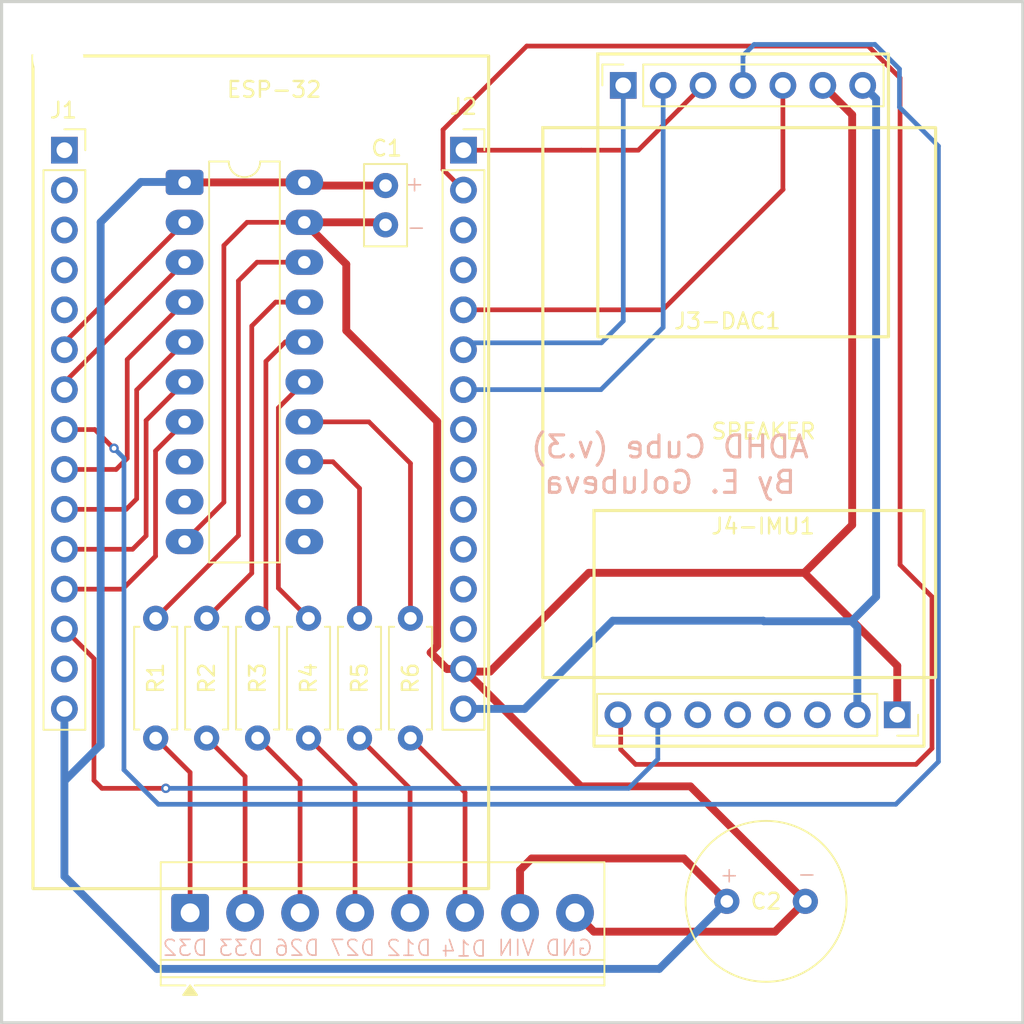
<source format=kicad_pcb>
(kicad_pcb (version 20241229) (generator "pcbnew") (generator_version "9.0")
  (layers (0 "F.Cu" signal) (2 "B.Cu" signal) (13 "F.Paste" user) (15 "B.Paste" user) (5 "F.SilkS" user "F.Silkscreen") (7 "B.SilkS" user "B.Silkscreen") (1 "F.Mask" user) (3 "B.Mask" user) (25 "Edge.Cuts" user))
  (net 0 "")
  (net 1 "GND")
  (net 2 "D12")
  (net 3 "D33")
  (net 4 "D26")
  (net 5 "D32")
  (net 6 "D27")
  (net 7 "D14")
  (net 8 "D25")
  (net 12 "D13")
  (net 13 "VIN")
  (net 17 "D21")
  (net 18 "D23")
  (net 19 "D22")
  (net 23 "3V3")
  (net 27 "D18")
  (net 29 "D19")
  (net 36 "Net-(J4-Pin_4)")
  (net 37 "Net-(J4-Pin_3)")
  (net 38 "Net-(J4-Pin_6)")
  (net 39 "Net-(J4-Pin_5)")
  (net 42 "Net-(U1-B0)")
  (net 43 "Net-(U1-B1)")
  (net 44 "Net-(U1-B2)")
  (net 45 "Net-(U1-B3)")
  (net 46 "Net-(U1-B4)")
  (net 47 "Net-(U1-B5)")
  (net 48 "Net-(J4-Pin_1)")
  (net 49 "Net-(J4-Pin_2)")
  (footprint "Connector_PinSocket_2.54mm:PinSocket_1x15_P2.54mm_Vertical" (layer "F.Cu") (at 79.4 59.46)
    (property "Reference" "J2" (at 0 -2.77 0) (layer "F.SilkS"))
    (property "Value" "Conn_01x15" (hide yes))
    (fp_line (start -1.33 1.27) (end -1.33 36.89) (stroke (width 0.12)) (layer "F.SilkS"))
    (fp_line (start -1.33 1.27) (end 1.33 1.27) (stroke (width 0.12)) (layer "F.SilkS"))
    (fp_line (start -1.33 36.89) (end 1.33 36.89) (stroke (width 0.12)) (layer "F.SilkS"))
    (fp_line (start 0 -1.33) (end 1.33 -1.33) (stroke (width 0.12)) (layer "F.SilkS"))
    (fp_line (start 1.33 -1.33) (end 1.33 0) (stroke (width 0.12)) (layer "F.SilkS"))
    (fp_line (start 1.33 1.27) (end 1.33 36.89) (stroke (width 0.12)) (layer "F.SilkS"))
    (pad "1" thru_hole rect (at 0 0) (size 1.7 1.7) (drill 1) (layers "*.Cu" "*.Mask") (net 18 "D23"))
    (pad "2" thru_hole circle (at 0 2.54) (size 1.7 1.7) (drill 1) (layers "*.Cu" "*.Mask") (net 19 "D22"))
    (pad "3" thru_hole circle (at 0 5.08) (size 1.7 1.7) (drill 1) (layers "*.Cu" "*.Mask"))
    (pad "4" thru_hole circle (at 0 7.62) (size 1.7 1.7) (drill 1) (layers "*.Cu" "*.Mask"))
    (pad "5" thru_hole circle (at 0 10.16) (size 1.7 1.7) (drill 1) (layers "*.Cu" "*.Mask") (net 17 "D21"))
    (pad "6" thru_hole circle (at 0 12.7) (size 1.7 1.7) (drill 1) (layers "*.Cu" "*.Mask") (net 29 "D19"))
    (pad "7" thru_hole circle (at 0 15.24) (size 1.7 1.7) (drill 1) (layers "*.Cu" "*.Mask") (net 27 "D18"))
    (pad "8" thru_hole circle (at 0 17.78) (size 1.7 1.7) (drill 1) (layers "*.Cu" "*.Mask"))
    (pad "9" thru_hole circle (at 0 20.32) (size 1.7 1.7) (drill 1) (layers "*.Cu" "*.Mask"))
    (pad "10" thru_hole circle (at 0 22.86) (size 1.7 1.7) (drill 1) (layers "*.Cu" "*.Mask"))
    (pad "11" thru_hole circle (at 0 25.4) (size 1.7 1.7) (drill 1) (layers "*.Cu" "*.Mask"))
    (pad "12" thru_hole circle (at 0 27.94) (size 1.7 1.7) (drill 1) (layers "*.Cu" "*.Mask"))
    (pad "13" thru_hole circle (at 0 30.48) (size 1.7 1.7) (drill 1) (layers "*.Cu" "*.Mask"))
    (pad "14" thru_hole circle (at 0 33.02) (size 1.7 1.7) (drill 1) (layers "*.Cu" "*.Mask") (net 1 "GND"))
    (pad "15" thru_hole circle (at 0 35.56) (size 1.7 1.7) (drill 1) (layers "*.Cu" "*.Mask") (net 23 "3V3"))
  )
  (footprint "Connector_PinSocket_2.54mm:PinSocket_1x15_P2.54mm_Vertical" (layer "F.Cu") (at 54 59.46)
    (property "Reference" "J1" (at -0.06 -2.54 0) (layer "F.SilkS"))
    (property "Value" "Conn_01x15" (hide yes))
    (fp_line (start -1.33 1.27) (end -1.33 36.89) (stroke (width 0.12)) (layer "F.SilkS"))
    (fp_line (start -1.33 1.27) (end 1.33 1.27) (stroke (width 0.12)) (layer "F.SilkS"))
    (fp_line (start -1.33 36.89) (end 1.33 36.89) (stroke (width 0.12)) (layer "F.SilkS"))
    (fp_line (start 0 -1.33) (end 1.33 -1.33) (stroke (width 0.12)) (layer "F.SilkS"))
    (fp_line (start 1.33 -1.33) (end 1.33 0) (stroke (width 0.12)) (layer "F.SilkS"))
    (fp_line (start 1.33 1.27) (end 1.33 36.89) (stroke (width 0.12)) (layer "F.SilkS"))
    (pad "1" thru_hole rect (at 0 0) (size 1.7 1.7) (drill 1) (layers "*.Cu" "*.Mask"))
    (pad "2" thru_hole circle (at 0 2.54) (size 1.7 1.7) (drill 1) (layers "*.Cu" "*.Mask"))
    (pad "3" thru_hole circle (at 0 5.08) (size 1.7 1.7) (drill 1) (layers "*.Cu" "*.Mask"))
    (pad "4" thru_hole circle (at 0 7.62) (size 1.7 1.7) (drill 1) (layers "*.Cu" "*.Mask"))
    (pad "5" thru_hole circle (at 0 10.16) (size 1.7 1.7) (drill 1) (layers "*.Cu" "*.Mask"))
    (pad "6" thru_hole circle (at 0 12.7) (size 1.7 1.7) (drill 1) (layers "*.Cu" "*.Mask") (net 5 "D32"))
    (pad "7" thru_hole circle (at 0 15.24) (size 1.7 1.7) (drill 1) (layers "*.Cu" "*.Mask") (net 3 "D33"))
    (pad "8" thru_hole circle (at 0 17.78) (size 1.7 1.7) (drill 1) (layers "*.Cu" "*.Mask") (net 8 "D25"))
    (pad "9" thru_hole circle (at 0 20.32) (size 1.7 1.7) (drill 1) (layers "*.Cu" "*.Mask") (net 4 "D26"))
    (pad "10" thru_hole circle (at 0 22.86) (size 1.7 1.7) (drill 1) (layers "*.Cu" "*.Mask") (net 6 "D27"))
    (pad "11" thru_hole circle (at 0 25.4) (size 1.7 1.7) (drill 1) (layers "*.Cu" "*.Mask") (net 7 "D14"))
    (pad "12" thru_hole circle (at 0 27.94) (size 1.7 1.7) (drill 1) (layers "*.Cu" "*.Mask") (net 2 "D12"))
    (pad "13" thru_hole circle (at 0 30.48) (size 1.7 1.7) (drill 1) (layers "*.Cu" "*.Mask") (net 12 "D13"))
    (pad "14" thru_hole circle (at 0 33.02) (size 1.7 1.7) (drill 1) (layers "*.Cu" "*.Mask"))
    (pad "15" thru_hole circle (at 0 35.56) (size 1.7 1.7) (drill 1) (layers "*.Cu" "*.Mask") (net 13 "VIN"))
  )
  (footprint "MountingHole:MountingHole_3.2mm_M3" (layer "F.Cu") (at 53.6 53.6)
    (property "Reference" "H1" (hide yes))
    (property "Value" "MountingHole" (hide yes))
    (pad "" np_thru_hole circle (at 0 0) (size 3.2 3.2) (drill 3.2) (layers "*.Cu" "*.Mask"))
  )
  (footprint "Resistor_THT:R_Axial_DIN0207_L6.3mm_D2.5mm_P7.62mm_Horizontal" (layer "F.Cu") (at 63.053 89.255 -90)
    (property "Reference" "R2" (at 3.81 0 90) (layer "F.SilkS"))
    (property "Value" "R" (hide yes))
    (fp_line (start 0.54 1.37) (end 7.08 1.37) (stroke (width 0.12)) (layer "F.SilkS"))
    (fp_line (start 7.08 1.37) (end 7.08 1.04) (stroke (width 0.12)) (layer "F.SilkS"))
    (fp_line (start 0.54 1.04) (end 0.54 1.37) (stroke (width 0.12)) (layer "F.SilkS"))
    (fp_line (start 0.54 -1.04) (end 0.54 -1.37) (stroke (width 0.12)) (layer "F.SilkS"))
    (fp_line (start 0.54 -1.37) (end 7.08 -1.37) (stroke (width 0.12)) (layer "F.SilkS"))
    (fp_line (start 7.08 -1.37) (end 7.08 -1.04) (stroke (width 0.12)) (layer "F.SilkS"))
    (pad "1" thru_hole circle (at 0 0 270) (size 1.6 1.6) (drill 0.8) (layers "*.Cu" "*.Mask") (net 43 "Net-(U1-B1)"))
    (pad "2" thru_hole circle (at 7.62 0 270) (size 1.6 1.6) (drill 0.8) (layers "*.Cu" "*.Mask") (net 49 "Net-(J4-Pin_2)"))
  )
  (footprint "Resistor_THT:R_Axial_DIN0207_L6.3mm_D2.5mm_P7.62mm_Horizontal" (layer "F.Cu") (at 59.81 89.255 -90)
    (property "Reference" "R1" (at 3.81 0 90) (layer "F.SilkS"))
    (property "Value" "R" (hide yes))
    (fp_line (start 0.54 1.37) (end 7.08 1.37) (stroke (width 0.12)) (layer "F.SilkS"))
    (fp_line (start 7.08 1.37) (end 7.08 1.04) (stroke (width 0.12)) (layer "F.SilkS"))
    (fp_line (start 0.54 1.04) (end 0.54 1.37) (stroke (width 0.12)) (layer "F.SilkS"))
    (fp_line (start 0.54 -1.04) (end 0.54 -1.37) (stroke (width 0.12)) (layer "F.SilkS"))
    (fp_line (start 0.54 -1.37) (end 7.08 -1.37) (stroke (width 0.12)) (layer "F.SilkS"))
    (fp_line (start 7.08 -1.37) (end 7.08 -1.04) (stroke (width 0.12)) (layer "F.SilkS"))
    (pad "1" thru_hole circle (at 0 0 270) (size 1.6 1.6) (drill 0.8) (layers "*.Cu" "*.Mask") (net 42 "Net-(U1-B0)"))
    (pad "2" thru_hole circle (at 7.62 0 270) (size 1.6 1.6) (drill 0.8) (layers "*.Cu" "*.Mask") (net 48 "Net-(J4-Pin_1)"))
  )
  (footprint "Connector_PinSocket_2.54mm:PinSocket_1x07_P2.54mm_Vertical" (layer "F.Cu") (at 89.57 55.335 90)
    (property "Reference" "J3-DAC1" (at -15 6.625 180) (layer "F.SilkS"))
    (property "Value" "Conn_01x07" (hide yes))
    (fp_line (start 1.33 -1.33) (end 1.33 0) (stroke (width 0.12)) (layer "F.SilkS"))
    (fp_line (start 0 -1.33) (end 1.33 -1.33) (stroke (width 0.12)) (layer "F.SilkS"))
    (fp_line (start 1.33 1.27) (end 1.33 16.57) (stroke (width 0.12)) (layer "F.SilkS"))
    (fp_line (start -1.33 1.27) (end 1.33 1.27) (stroke (width 0.12)) (layer "F.SilkS"))
    (fp_line (start -1.33 1.27) (end -1.33 16.57) (stroke (width 0.12)) (layer "F.SilkS"))
    (fp_line (start -1.33 16.57) (end 1.33 16.57) (stroke (width 0.12)) (layer "F.SilkS"))
    (pad "1" thru_hole rect (at 0 0 90) (size 1.7 1.7) (drill 1) (layers "*.Cu" "*.Mask") (net 29 "D19"))
    (pad "2" thru_hole circle (at 0 2.54 90) (size 1.7 1.7) (drill 1) (layers "*.Cu" "*.Mask") (net 27 "D18"))
    (pad "3" thru_hole circle (at 0 5.08 90) (size 1.7 1.7) (drill 1) (layers "*.Cu" "*.Mask") (net 18 "D23"))
    (pad "4" thru_hole circle (at 0 7.62 90) (size 1.7 1.7) (drill 1) (layers "*.Cu" "*.Mask") (net 8 "D25"))
    (pad "5" thru_hole circle (at 0 10.16 90) (size 1.7 1.7) (drill 1) (layers "*.Cu" "*.Mask") (net 17 "D21"))
    (pad "6" thru_hole circle (at 0 12.7 90) (size 1.7 1.7) (drill 1) (layers "*.Cu" "*.Mask") (net 1 "GND"))
    (pad "7" thru_hole circle (at 0 15.24 90) (size 1.7 1.7) (drill 1) (layers "*.Cu" "*.Mask") (net 23 "3V3"))
  )
  (footprint "MountingHole:MountingHole_3.2mm_M3" (layer "F.Cu") (at 53.6 111.4)
    (property "Reference" "H4" (hide yes))
    (property "Value" "MountingHole" (hide yes))
    (pad "" np_thru_hole circle (at 0 0) (size 3.2 3.2) (drill 3.2) (layers "*.Cu" "*.Mask"))
  )
  (footprint "Resistor_THT:R_Axial_DIN0207_L6.3mm_D2.5mm_P7.62mm_Horizontal" (layer "F.Cu") (at 69.539 89.255 -90)
    (property "Reference" "R4" (at 3.81 0 90) (layer "F.SilkS"))
    (property "Value" "R" (hide yes))
    (fp_line (start 0.54 1.37) (end 7.08 1.37) (stroke (width 0.12)) (layer "F.SilkS"))
    (fp_line (start 7.08 1.37) (end 7.08 1.04) (stroke (width 0.12)) (layer "F.SilkS"))
    (fp_line (start 0.54 1.04) (end 0.54 1.37) (stroke (width 0.12)) (layer "F.SilkS"))
    (fp_line (start 0.54 -1.04) (end 0.54 -1.37) (stroke (width 0.12)) (layer "F.SilkS"))
    (fp_line (start 0.54 -1.37) (end 7.08 -1.37) (stroke (width 0.12)) (layer "F.SilkS"))
    (fp_line (start 7.08 -1.37) (end 7.08 -1.04) (stroke (width 0.12)) (layer "F.SilkS"))
    (pad "1" thru_hole circle (at 0 0 270) (size 1.6 1.6) (drill 0.8) (layers "*.Cu" "*.Mask") (net 45 "Net-(U1-B3)"))
    (pad "2" thru_hole circle (at 7.62 0 270) (size 1.6 1.6) (drill 0.8) (layers "*.Cu" "*.Mask") (net 36 "Net-(J4-Pin_4)"))
  )
  (footprint "Capacitor_THT:C_Radial_D10.0mm_H20.0mm_P5.00mm" (layer "F.Cu") (at 96.16 107.27)
    (property "Reference" "C2" (at 2.5 0 0) (layer "F.SilkS"))
    (property "Value" "C" (hide yes))
    (fp_circle (center 2.5 0) (end 7.62 0) (stroke (width 0.12)) (fill no) (layer "F.SilkS"))
    (pad "1" thru_hole circle (at 0 0) (size 1.6 1.6) (drill 0.8) (layers "*.Cu" "*.Mask") (net 13 "VIN"))
    (pad "2" thru_hole circle (at 5 0) (size 1.6 1.6) (drill 0.8) (layers "*.Cu" "*.Mask") (net 1 "GND"))
  )
  (footprint "Resistor_THT:R_Axial_DIN0207_L6.3mm_D2.5mm_P7.62mm_Horizontal" (layer "F.Cu") (at 76.025 89.255 -90)
    (property "Reference" "R6" (at 3.81 0 90) (layer "F.SilkS"))
    (property "Value" "R" (hide yes))
    (fp_line (start 0.54 1.37) (end 7.08 1.37) (stroke (width 0.12)) (layer "F.SilkS"))
    (fp_line (start 7.08 1.37) (end 7.08 1.04) (stroke (width 0.12)) (layer "F.SilkS"))
    (fp_line (start 0.54 1.04) (end 0.54 1.37) (stroke (width 0.12)) (layer "F.SilkS"))
    (fp_line (start 0.54 -1.04) (end 0.54 -1.37) (stroke (width 0.12)) (layer "F.SilkS"))
    (fp_line (start 0.54 -1.37) (end 7.08 -1.37) (stroke (width 0.12)) (layer "F.SilkS"))
    (fp_line (start 7.08 -1.37) (end 7.08 -1.04) (stroke (width 0.12)) (layer "F.SilkS"))
    (pad "1" thru_hole circle (at 0 0 270) (size 1.6 1.6) (drill 0.8) (layers "*.Cu" "*.Mask") (net 46 "Net-(U1-B4)"))
    (pad "2" thru_hole circle (at 7.62 0 270) (size 1.6 1.6) (drill 0.8) (layers "*.Cu" "*.Mask") (net 38 "Net-(J4-Pin_6)"))
  )
  (footprint "Capacitor_THT:C_Disc_D5.0mm_W2.5mm_P2.50mm" (layer "F.Cu") (at 74.44 61.71 -90)
    (property "Reference" "C1" (at -2.37 -0.07 180) (layer "F.SilkS"))
    (property "Value" "C" (hide yes))
    (fp_line (start -1.37 1.37) (end -1.37 -1.37) (stroke (width 0.12)) (layer "F.SilkS"))
    (fp_line (start 3.87 1.37) (end -1.37 1.37) (stroke (width 0.12)) (layer "F.SilkS"))
    (fp_line (start -1.37 -1.37) (end 3.87 -1.37) (stroke (width 0.12)) (layer "F.SilkS"))
    (fp_line (start 3.87 -1.37) (end 3.87 1.37) (stroke (width 0.12)) (layer "F.SilkS"))
    (pad "1" thru_hole circle (at 0 0 270) (size 1.6 1.6) (drill 0.8) (layers "*.Cu" "*.Mask") (net 13 "VIN"))
    (pad "2" thru_hole circle (at 2.5 0 270) (size 1.6 1.6) (drill 0.8) (layers "*.Cu" "*.Mask") (net 1 "GND"))
  )
  (footprint "Resistor_THT:R_Axial_DIN0207_L6.3mm_D2.5mm_P7.62mm_Horizontal" (layer "F.Cu") (at 72.782 89.255 -90)
    (property "Reference" "R5" (at 3.81 0 90) (layer "F.SilkS"))
    (property "Value" "R" (hide yes))
    (fp_line (start 0.54 1.37) (end 7.08 1.37) (stroke (width 0.12)) (layer "F.SilkS"))
    (fp_line (start 7.08 1.37) (end 7.08 1.04) (stroke (width 0.12)) (layer "F.SilkS"))
    (fp_line (start 0.54 1.04) (end 0.54 1.37) (stroke (width 0.12)) (layer "F.SilkS"))
    (fp_line (start 0.54 -1.04) (end 0.54 -1.37) (stroke (width 0.12)) (layer "F.SilkS"))
    (fp_line (start 0.54 -1.37) (end 7.08 -1.37) (stroke (width 0.12)) (layer "F.SilkS"))
    (fp_line (start 7.08 -1.37) (end 7.08 -1.04) (stroke (width 0.12)) (layer "F.SilkS"))
    (pad "1" thru_hole circle (at 0 0 270) (size 1.6 1.6) (drill 0.8) (layers "*.Cu" "*.Mask") (net 47 "Net-(U1-B5)"))
    (pad "2" thru_hole circle (at 7.62 0 270) (size 1.6 1.6) (drill 0.8) (layers "*.Cu" "*.Mask") (net 39 "Net-(J4-Pin_5)"))
  )
  (footprint "Resistor_THT:R_Axial_DIN0207_L6.3mm_D2.5mm_P7.62mm_Horizontal" (layer "F.Cu") (at 66.296 89.255 -90)
    (property "Reference" "R3" (at 3.81 0 90) (layer "F.SilkS"))
    (property "Value" "R" (hide yes))
    (fp_line (start 0.54 1.37) (end 7.08 1.37) (stroke (width 0.12)) (layer "F.SilkS"))
    (fp_line (start 7.08 1.37) (end 7.08 1.04) (stroke (width 0.12)) (layer "F.SilkS"))
    (fp_line (start 0.54 1.04) (end 0.54 1.37) (stroke (width 0.12)) (layer "F.SilkS"))
    (fp_line (start 0.54 -1.04) (end 0.54 -1.37) (stroke (width 0.12)) (layer "F.SilkS"))
    (fp_line (start 0.54 -1.37) (end 7.08 -1.37) (stroke (width 0.12)) (layer "F.SilkS"))
    (fp_line (start 7.08 -1.37) (end 7.08 -1.04) (stroke (width 0.12)) (layer "F.SilkS"))
    (pad "1" thru_hole circle (at 0 0 270) (size 1.6 1.6) (drill 0.8) (layers "*.Cu" "*.Mask") (net 44 "Net-(U1-B2)"))
    (pad "2" thru_hole circle (at 7.62 0 270) (size 1.6 1.6) (drill 0.8) (layers "*.Cu" "*.Mask") (net 37 "Net-(J4-Pin_3)"))
  )
  (footprint "TerminalBlock_Phoenix:TerminalBlock_Phoenix_PT-1,5-8-3.5-H_1x08_P3.50mm_Horizontal" (layer "F.Cu") (at 62 108)
    (property "Reference" "J4" (hide yes))
    (property "Value" "Screw_Terminal_01x08" (hide yes))
    (fp_line (start -1.87 -3.22) (end 26.37 -3.22) (stroke (width 0.12)) (layer "F.SilkS"))
    (fp_line (start -1.87 3) (end 26.37 3) (stroke (width 0.12)) (layer "F.SilkS"))
    (fp_line (start -1.87 4.1) (end 26.37 4.1) (stroke (width 0.12)) (layer "F.SilkS"))
    (fp_line (start -1.87 4.62) (end -1.87 -3.22) (stroke (width 0.12)) (layer "F.SilkS"))
    (fp_line (start -0.3 4.62) (end -1.87 4.62) (stroke (width 0.12)) (layer "F.SilkS"))
    (fp_line (start 26.37 -3.22) (end 26.37 4.62) (stroke (width 0.12)) (layer "F.SilkS"))
    (fp_line (start 26.37 4.62) (end 0.3 4.62) (stroke (width 0.12)) (layer "F.SilkS"))
    (fp_poly (pts (xy 0 4.62) (xy 0.44 5.23) (xy -0.44 5.23)) (stroke (width 0.12)) (fill yes) (layer "F.SilkS"))
    (pad "1" thru_hole roundrect (at 0 0) (size 2.4 2.4) (drill 1.2) (layers "*.Cu" "*.Mask") (roundrect_rratio 0.104167) (net 48 "Net-(J4-Pin_1)"))
    (pad "2" thru_hole circle (at 3.5 0) (size 2.4 2.4) (drill 1.2) (layers "*.Cu" "*.Mask") (net 49 "Net-(J4-Pin_2)"))
    (pad "3" thru_hole circle (at 7 0) (size 2.4 2.4) (drill 1.2) (layers "*.Cu" "*.Mask") (net 37 "Net-(J4-Pin_3)"))
    (pad "4" thru_hole circle (at 10.5 0) (size 2.4 2.4) (drill 1.2) (layers "*.Cu" "*.Mask") (net 36 "Net-(J4-Pin_4)"))
    (pad "5" thru_hole circle (at 14 0) (size 2.4 2.4) (drill 1.2) (layers "*.Cu" "*.Mask") (net 39 "Net-(J4-Pin_5)"))
    (pad "6" thru_hole circle (at 17.5 0) (size 2.4 2.4) (drill 1.2) (layers "*.Cu" "*.Mask") (net 38 "Net-(J4-Pin_6)"))
    (pad "7" thru_hole circle (at 21 0) (size 2.4 2.4) (drill 1.2) (layers "*.Cu" "*.Mask") (net 13 "VIN"))
    (pad "8" thru_hole circle (at 24.5 0) (size 2.4 2.4) (drill 1.2) (layers "*.Cu" "*.Mask") (net 1 "GND"))
  )
  (footprint "Package_DIP:DIP-20_W7.62mm_LongPads" (layer "F.Cu") (at 61.65 61.51)
    (property "Reference" "U1" (hide yes))
    (property "Value" "74HC245" (hide yes))
    (fp_line (start 1.56 -1.33) (end 1.56 24.19) (stroke (width 0.12)) (layer "F.SilkS"))
    (fp_line (start 1.56 24.19) (end 6.06 24.19) (stroke (width 0.12)) (layer "F.SilkS"))
    (fp_line (start 2.81 -1.33) (end 1.56 -1.33) (stroke (width 0.12)) (layer "F.SilkS"))
    (fp_line (start 6.06 -1.33) (end 4.81 -1.33) (stroke (width 0.12)) (layer "F.SilkS"))
    (fp_line (start 6.06 24.19) (end 6.06 -1.33) (stroke (width 0.12)) (layer "F.SilkS"))
    (fp_arc (start 4.81 -1.33) (mid 3.81 -0.33) (end 2.81 -1.33) (stroke (width 0.12)) (layer "F.SilkS"))
    (pad "1" thru_hole roundrect (at 0 0) (size 2.4 1.6) (drill 0.8) (layers "*.Cu" "*.Mask") (roundrect_rratio 0.15625) (net 13 "VIN"))
    (pad "2" thru_hole oval (at 0 2.54) (size 2.4 1.6) (drill 0.8) (layers "*.Cu" "*.Mask") (net 5 "D32"))
    (pad "3" thru_hole oval (at 0 5.08) (size 2.4 1.6) (drill 0.8) (layers "*.Cu" "*.Mask") (net 3 "D33"))
    (pad "4" thru_hole oval (at 0 7.62) (size 2.4 1.6) (drill 0.8) (layers "*.Cu" "*.Mask") (net 4 "D26"))
    (pad "5" thru_hole oval (at 0 10.16) (size 2.4 1.6) (drill 0.8) (layers "*.Cu" "*.Mask") (net 6 "D27"))
    (pad "6" thru_hole oval (at 0 12.7) (size 2.4 1.6) (drill 0.8) (layers "*.Cu" "*.Mask") (net 7 "D14"))
    (pad "7" thru_hole oval (at 0 15.24) (size 2.4 1.6) (drill 0.8) (layers "*.Cu" "*.Mask") (net 2 "D12"))
    (pad "8" thru_hole oval (at 0 17.78) (size 2.4 1.6) (drill 0.8) (layers "*.Cu" "*.Mask"))
    (pad "9" thru_hole oval (at 0 20.32) (size 2.4 1.6) (drill 0.8) (layers "*.Cu" "*.Mask"))
    (pad "10" thru_hole oval (at 0 22.86) (size 2.4 1.6) (drill 0.8) (layers "*.Cu" "*.Mask") (net 1 "GND"))
    (pad "11" thru_hole oval (at 7.62 22.86) (size 2.4 1.6) (drill 0.8) (layers "*.Cu" "*.Mask"))
    (pad "12" thru_hole oval (at 7.62 20.32) (size 2.4 1.6) (drill 0.8) (layers "*.Cu" "*.Mask"))
    (pad "13" thru_hole oval (at 7.62 17.78) (size 2.4 1.6) (drill 0.8) (layers "*.Cu" "*.Mask") (net 47 "Net-(U1-B5)"))
    (pad "14" thru_hole oval (at 7.62 15.24) (size 2.4 1.6) (drill 0.8) (layers "*.Cu" "*.Mask") (net 46 "Net-(U1-B4)"))
    (pad "15" thru_hole oval (at 7.62 12.7) (size 2.4 1.6) (drill 0.8) (layers "*.Cu" "*.Mask") (net 45 "Net-(U1-B3)"))
    (pad "16" thru_hole oval (at 7.62 10.16) (size 2.4 1.6) (drill 0.8) (layers "*.Cu" "*.Mask") (net 44 "Net-(U1-B2)"))
    (pad "17" thru_hole oval (at 7.62 7.62) (size 2.4 1.6) (drill 0.8) (layers "*.Cu" "*.Mask") (net 43 "Net-(U1-B1)"))
    (pad "18" thru_hole oval (at 7.62 5.08) (size 2.4 1.6) (drill 0.8) (layers "*.Cu" "*.Mask") (net 42 "Net-(U1-B0)"))
    (pad "19" thru_hole oval (at 7.62 2.54) (size 2.4 1.6) (drill 0.8) (layers "*.Cu" "*.Mask") (net 1 "GND"))
    (pad "20" thru_hole oval (at 7.62 0) (size 2.4 1.6) (drill 0.8) (layers "*.Cu" "*.Mask") (net 13 "VIN"))
  )
  (footprint "MountingHole:MountingHole_3.2mm_M3" (layer "F.Cu") (at 111.45 111.43)
    (property "Reference" "H3" (hide yes))
    (property "Value" "MountingHole" (hide yes))
    (pad "" np_thru_hole circle (at 0 0) (size 3.2 3.2) (drill 3.2) (layers "*.Cu" "*.Mask"))
  )
  (footprint "MountingHole:MountingHole_3.2mm_M3" (layer "F.Cu") (at 111.4 53.6)
    (property "Reference" "H2" (hide yes))
    (property "Value" "MountingHole" (hide yes))
    (pad "" np_thru_hole circle (at 0 0) (size 3.2 3.2) (drill 3.2) (layers "*.Cu" "*.Mask"))
  )
  (footprint "Connector_PinSocket_2.54mm:PinSocket_1x08_P2.54mm_Vertical" (layer "F.Cu") (at 107.009138 95.394959 -90)
    (property "Reference" "J4-IMU1" (at -12 8.54 0) (layer "F.SilkS"))
    (property "Value" "Conn_01x08" (hide yes))
    (fp_line (start -1.33 19.11) (end 1.33 19.11) (stroke (width 0.12)) (layer "F.SilkS"))
    (fp_line (start -1.33 1.27) (end -1.33 19.11) (stroke (width 0.12)) (layer "F.SilkS"))
    (fp_line (start -1.33 1.27) (end 1.33 1.27) (stroke (width 0.12)) (layer "F.SilkS"))
    (fp_line (start 1.33 1.27) (end 1.33 19.11) (stroke (width 0.12)) (layer "F.SilkS"))
    (fp_line (start 0 -1.33) (end 1.33 -1.33) (stroke (width 0.12)) (layer "F.SilkS"))
    (fp_line (start 1.33 -1.33) (end 1.33 0) (stroke (width 0.12)) (layer "F.SilkS"))
    (pad "1" thru_hole rect (at 0 0 270) (size 1.7 1.7) (drill 1) (layers "*.Cu" "*.Mask") (net 1 "GND"))
    (pad "2" thru_hole circle (at 0 2.54 270) (size 1.7 1.7) (drill 1) (layers "*.Cu" "*.Mask") (net 23 "3V3"))
    (pad "3" thru_hole circle (at 0 5.08 270) (size 1.7 1.7) (drill 1) (layers "*.Cu" "*.Mask"))
    (pad "4" thru_hole circle (at 0 7.62 270) (size 1.7 1.7) (drill 1) (layers "*.Cu" "*.Mask"))
    (pad "5" thru_hole circle (at 0 10.16 270) (size 1.7 1.7) (drill 1) (layers "*.Cu" "*.Mask"))
    (pad "6" thru_hole circle (at 0 12.7 270) (size 1.7 1.7) (drill 1) (layers "*.Cu" "*.Mask"))
    (pad "7" thru_hole circle (at 0 15.24 270) (size 1.7 1.7) (drill 1) (layers "*.Cu" "*.Mask") (net 12 "D13"))
    (pad "8" thru_hole circle (at 0 17.78 270) (size 1.7 1.7) (drill 1) (layers "*.Cu" "*.Mask") (net 19 "D22"))
  )
  (gr_rect (start 87.709138 82.394959) (end 108.709138 97.394959) (stroke (width 0.2)) (fill no) (layer "F.SilkS"))
  (gr_rect (start 84.45 58.025) (end 109.45 93.025) (stroke (width 0.2)) (fill no) (layer "F.SilkS"))
  (gr_rect (start 52 53.46) (end 81 106.46) (stroke (width 0.2)) (fill no) (layer "F.SilkS"))
  (gr_rect (start 87.95 53.335) (end 106.45 71.335) (stroke (width 0.2)) (fill no) (layer "F.SilkS"))
  (gr_rect (start 50 50) (end 115 115) (stroke (width 0.2)) (fill no) (layer "Edge.Cuts"))
  (gr_text "ESP-32" (at 67.35 55.6 0) (layer "F.SilkS") (effects (font (size 1 1))))
  (gr_text "SPEAKER" (at 98.5 77.35 0) (layer "F.SilkS") (effects (font (size 1 1))))
  (gr_text "-" (at 77.08 64.93 0) (layer "B.SilkS") (effects (font (size 1 1) (thickness 0.1)) (justify left bottom mirror)))
  (gr_text "+" (at 97 106.15 0) (layer "B.SilkS") (effects (font (size 1 1) (thickness 0.1)) (justify left bottom mirror)))
  (gr_text "D33" (at 66.75585 110.82 0) (layer "B.SilkS") (effects (font (size 1 1) (thickness 0.1)) (justify left bottom mirror)))
  (gr_text "D27" (at 73.867551 110.82 0) (layer "B.SilkS") (effects (font (size 1 1) (thickness 0.1)) (justify left bottom mirror)))
  (gr_text "D14" (at 80.95 110.87 0) (layer "B.SilkS") (effects (font (size 1 1) (thickness 0.1)) (justify left bottom mirror)))
  (gr_text "D32" (at 63.2 110.82 0) (layer "B.SilkS") (effects (font (size 1 1) (thickness 0.1)) (justify left bottom mirror)))
  (gr_text "GND" (at 87.71 110.82 0) (layer "B.SilkS") (effects (font (size 1 1) (thickness 0.1)) (justify left bottom mirror)))
  (gr_text "+" (at 76.97 62.17 0) (layer "B.SilkS") (effects (font (size 1 1) (thickness 0.1)) (justify left bottom mirror)))
  (gr_text "VIN" (at 84.011293 110.82 0) (layer "B.SilkS") (effects (font (size 1 1) (thickness 0.1)) (justify left bottom mirror)))
  (gr_text "ADHD Cube (v.3)\nBy E. Golubeva" (at 92.54 79.47 0) (layer "B.SilkS") (effects (font (size 1.4 1.4) (thickness 0.2)) (justify mirror)))
  (gr_text "D26" (at 70.311701 110.82 0) (layer "B.SilkS") (effects (font (size 1 1) (thickness 0.1)) (justify left bottom mirror)))
  (gr_text "D12" (at 77.44 110.83 0) (layer "B.SilkS") (effects (font (size 1 1) (thickness 0.1)) (justify left bottom mirror)))
  (gr_text "-" (at 101.94 106.1 0) (layer "B.SilkS") (effects (font (size 1 1) (thickness 0.1)) (justify left bottom mirror)))
  (segment (start 65.625 64.05) (end 69.27 64.05) (width 0.3) (layer "F.Cu") (net 1))
  (segment (start 74.28 64.05) (end 74.44 64.21) (width 0.3) (layer "F.Cu") (net 1))
  (segment (start 79.4 92.48) (end 79.566 92.646) (width 0.5) (layer "F.Cu") (net 1))
  (segment (start 81.09 92.646) (end 87.376 86.36) (width 0.5) (layer "F.Cu") (net 1))
  (segment (start 93.84 99.95) (end 86.87 99.95) (width 0.5) (layer "F.Cu") (net 1))
  (segment (start 64.15 65.525) (end 65.625 64.05) (width 0.3) (layer "F.Cu") (net 1))
  (segment (start 77.724 76.724) (end 71.94 70.94) (width 0.5) (layer "F.Cu") (net 1))
  (segment (start 79.566 92.646) (end 81.09 92.646) (width 0.5) (layer "F.Cu") (net 1))
  (segment (start 64.15 81.87) (end 64.15 65.525) (width 0.3) (layer "F.Cu") (net 1))
  (segment (start 101.16 107.27) (end 93.84 99.95) (width 0.5) (layer "F.Cu") (net 1))
  (segment (start 104.14 57.205) (end 102.27 55.335) (width 0.5) (layer "F.Cu") (net 1))
  (segment (start 61.65 84.37) (end 64.15 81.87) (width 0.3) (layer "F.Cu") (net 1))
  (segment (start 87.7 109.2) (end 99.23 109.2) (width 0.5) (layer "F.Cu") (net 1))
  (segment (start 71.94 66.72) (end 69.27 64.05) (width 0.5) (layer "F.Cu") (net 1))
  (segment (start 77.31 91.435) (end 77.724 91.021) (width 0.5) (layer "F.Cu") (net 1))
  (segment (start 71.94 70.94) (end 71.94 66.72) (width 0.5) (layer "F.Cu") (net 1))
  (segment (start 87.376 86.36) (end 101.092 86.36) (width 0.5) (layer "F.Cu") (net 1))
  (segment (start 86.87 99.95) (end 79.4 92.48) (width 0.5) (layer "F.Cu") (net 1))
  (segment (start 77.724 91.021) (end 77.724 76.724) (width 0.5) (layer "F.Cu") (net 1))
  (segment (start 99.23 109.2) (end 101.16 107.27) (width 0.5) (layer "F.Cu") (net 1))
  (segment (start 69.27 64.05) (end 74.28 64.05) (width 0.5) (layer "F.Cu") (net 1))
  (segment (start 87.7 109.2) (end 86.5 108) (width 0.5) (layer "F.Cu") (net 1))
  (segment (start 101.092 86.36) (end 107.009138 92.277138) (width 0.5) (layer "F.Cu") (net 1))
  (segment (start 104.14 83.312) (end 104.14 57.205) (width 0.5) (layer "F.Cu") (net 1))
  (segment (start 107.009138 92.277138) (end 107.009138 95.394959) (width 0.5) (layer "F.Cu") (net 1))
  (segment (start 78.355 92.48) (end 77.31 91.435) (width 0.5) (layer "F.Cu") (net 1))
  (segment (start 101.092 86.36) (end 104.14 83.312) (width 0.5) (layer "F.Cu") (net 1))
  (segment (start 79.4 92.48) (end 78.355 92.48) (width 0.5) (layer "F.Cu") (net 1))
  (segment (start 54 87.4) (end 57.7 87.4) (width 0.3) (layer "F.Cu") (net 2))
  (segment (start 59.8 78.6) (end 61.65 76.75) (width 0.3) (layer "F.Cu") (net 2))
  (segment (start 57.7 87.4) (end 59.8 85.3) (width 0.3) (layer "F.Cu") (net 2))
  (segment (start 59.8 85.3) (end 59.8 78.6) (width 0.3) (layer "F.Cu") (net 2))
  (segment (start 54 74.24) (end 61.65 66.59) (width 0.3) (layer "F.Cu") (net 3))
  (segment (start 54 74.7) (end 54 74.24) (width 0.3) (layer "F.Cu") (net 3))
  (segment (start 57.998 72.782) (end 61.65 69.13) (width 0.3) (layer "F.Cu") (net 4))
  (segment (start 54 79.78) (end 57.293 79.78) (width 0.3) (layer "F.Cu") (net 4))
  (segment (start 57.293 79.78) (end 57.998 79.075) (width 0.3) (layer "F.Cu") (net 4))
  (segment (start 57.998 79.075) (end 57.998 72.782) (width 0.3) (layer "F.Cu") (net 4))
  (segment (start 54 72.16) (end 54 71.7) (width 0.3) (layer "F.Cu") (net 5))
  (segment (start 54 71.7) (end 61.65 64.05) (width 0.3) (layer "F.Cu") (net 5))
  (segment (start 58.599 74.721) (end 61.65 71.67) (width 0.3) (layer "F.Cu") (net 6))
  (segment (start 54 82.32) (end 57.929 82.32) (width 0.3) (layer "F.Cu") (net 6))
  (segment (start 58.599 81.65) (end 58.599 74.721) (width 0.3) (layer "F.Cu") (net 6))
  (segment (start 57.929 82.32) (end 58.599 81.65) (width 0.3) (layer "F.Cu") (net 6))
  (segment (start 59.2 76.66) (end 61.65 74.21) (width 0.3) (layer "F.Cu") (net 7))
  (segment (start 59.2 84) (end 59.2 76.66) (width 0.3) (layer "F.Cu") (net 7))
  (segment (start 58.34 84.86) (end 59.2 84) (width 0.3) (layer "F.Cu") (net 7))
  (segment (start 54 84.86) (end 58.34 84.86) (width 0.3) (layer "F.Cu") (net 7))
  (segment (start 57.1575 78.4325) (end 57.1275 78.4325) (width 0.3) (layer "F.Cu") (net 8))
  (segment (start 57.1275 78.4325) (end 55.935 77.24) (width 0.3) (layer "F.Cu") (net 8))
  (segment (start 55.935 77.24) (end 54 77.24) (width 0.3) (layer "F.Cu") (net 8))
  (via (at 57.1575 78.4325) (size 0.6) (drill 0.3) (layers "F.Cu" "B.Cu") (net 8))
  (segment (start 105.58 52.72) (end 107.15 54.29) (width 0.3) (layer "B.Cu") (net 8))
  (segment (start 107.15 54.29) (end 107.15 56.72) (width 0.3) (layer "B.Cu") (net 8))
  (segment (start 57.79 98.9) (end 57.79 79.065) (width 0.3) (layer "B.Cu") (net 8))
  (segment (start 105.57 52.73) (end 105.58 52.72) (width 0.3) (layer "B.Cu") (net 8))
  (segment (start 59.982 101.092) (end 57.79 98.9) (width 0.3) (layer "B.Cu") (net 8))
  (segment (start 97.9 52.73) (end 105.57 52.73) (width 0.3) (layer "B.Cu") (net 8))
  (segment (start 109.63 59.2) (end 109.63 98.38) (width 0.3) (layer "B.Cu") (net 8))
  (segment (start 97.19 53.44) (end 97.9 52.73) (width 0.3) (layer "B.Cu") (net 8))
  (segment (start 106.918 101.092) (end 59.982 101.092) (width 0.3) (layer "B.Cu") (net 8))
  (segment (start 109.63 98.38) (end 106.918 101.092) (width 0.3) (layer "B.Cu") (net 8))
  (segment (start 107.15 56.72) (end 109.63 59.2) (width 0.3) (layer "B.Cu") (net 8))
  (segment (start 57.79 79.065) (end 57.1575 78.4325) (width 0.3) (layer "B.Cu") (net 8))
  (segment (start 97.19 55.335) (end 97.19 53.44) (width 0.3) (layer "B.Cu") (net 8))
  (segment (start 55.88 91.82) (end 55.88 99.568) (width 0.3) (layer "F.Cu") (net 12))
  (segment (start 54 89.94) (end 55.88 91.82) (width 0.3) (layer "F.Cu") (net 12))
  (segment (start 56.388 100.076) (end 60.452 100.076) (width 0.3) (layer "F.Cu") (net 12))
  (segment (start 55.88 99.568) (end 56.388 100.076) (width 0.3) (layer "F.Cu") (net 12))
  (via (at 60.452 100.076) (size 0.6) (drill 0.3) (layers "F.Cu" "B.Cu") (net 12))
  (segment (start 89.916 100.076) (end 91.769138 98.222862) (width 0.3) (layer "B.Cu") (net 12))
  (segment (start 91.769138 98.222862) (end 91.769138 95.394959) (width 0.3) (layer "B.Cu") (net 12))
  (segment (start 60.452 100.076) (end 89.916 100.076) (width 0.3) (layer "B.Cu") (net 12))
  (segment (start 61.65 61.51) (end 69.27 61.51) (width 0.5) (layer "F.Cu") (net 13))
  (segment (start 83.74 104.54) (end 93.43 104.54) (width 0.5) (layer "F.Cu") (net 13))
  (segment (start 54.2 95.22) (end 54 95.02) (width 0.3) (layer "F.Cu") (net 13))
  (segment (start 83 105.28) (end 83.74 104.54) (width 0.5) (layer "F.Cu") (net 13))
  (segment (start 69.47 61.71) (end 69.27 61.51) (width 0.3) (layer "F.Cu") (net 13))
  (segment (start 93.43 104.54) (end 96.16 107.27) (width 0.5) (layer "F.Cu") (net 13))
  (segment (start 74.44 61.71) (end 69.47 61.71) (width 0.5) (layer "F.Cu") (net 13))
  (segment (start 83 108) (end 83 105.28) (width 0.5) (layer "F.Cu") (net 13))
  (segment (start 61.65 61.48216) (end 58.86784 61.48216) (width 0.5) (layer "B.Cu") (net 13))
  (segment (start 54 99.61) (end 54 95.02) (width 0.5) (layer "B.Cu") (net 13))
  (segment (start 56.2865 97.3235) (end 54 99.61) (width 0.5) (layer "B.Cu") (net 13))
  (segment (start 91.86 111.57) (end 96.16 107.27) (width 0.5) (layer "B.Cu") (net 13))
  (segment (start 56.3065 64.0435) (end 56.3065 97.3235) (width 0.5) (layer "B.Cu") (net 13))
  (segment (start 54 99.61) (end 54 105.68) (width 0.5) (layer "B.Cu") (net 13))
  (segment (start 96.16 107.7) (end 96.16 107.27) (width 0.5) (layer "B.Cu") (net 13))
  (segment (start 54 105.68) (end 59.89 111.57) (width 0.5) (layer "B.Cu") (net 13))
  (segment (start 58.86784 61.48216) (end 56.3065 64.0435) (width 0.5) (layer "B.Cu") (net 13))
  (segment (start 56.3065 97.3235) (end 56.2865 97.3235) (width 0.5) (layer "B.Cu") (net 13))
  (segment (start 59.89 111.57) (end 91.86 111.57) (width 0.5) (layer "B.Cu") (net 13))
  (segment (start 79.4 69.62) (end 92.08 69.62) (width 0.3) (layer "F.Cu") (net 17))
  (segment (start 92.08 69.62) (end 99.74 61.96) (width 0.3) (layer "F.Cu") (net 17))
  (segment (start 99.73 61.95) (end 99.73 55.335) (width 0.3) (layer "F.Cu") (net 17))
  (segment (start 99.74 61.96) (end 99.73 61.95) (width 0.3) (layer "F.Cu") (net 17))
  (segment (start 79.78163 69.23837) (end 79.78163 69.62) (width 0.3) (layer "B.Cu") (net 17))
  (segment (start 86.9 59.46) (end 79.4 59.46) (width 0.3) (layer "F.Cu") (net 18))
  (segment (start 86.9 59.46) (end 90.525 59.46) (width 0.3) (layer "F.Cu") (net 18))
  (segment (start 90.525 59.46) (end 94.65 55.335) (width 0.3) (layer "F.Cu") (net 18))
  (segment (start 108.204 98.552) (end 90.354179 98.552) (width 0.3) (layer "F.Cu") (net 19))
  (segment (start 89.408 95.216097) (end 89.229138 95.394959) (width 0.3) (layer "F.Cu") (net 19))
  (segment (start 107.188 85.852) (end 109.22 87.884) (width 0.3) (layer "F.Cu") (net 19))
  (segment (start 107.188 54.864) (end 107.188 85.852) (width 0.3) (layer "F.Cu") (net 19))
  (segment (start 89.408 97.605821) (end 89.408 95.573821) (width 0.3) (layer "F.Cu") (net 19))
  (segment (start 83.426 52.832) (end 105.156 52.832) (width 0.3) (layer "F.Cu") (net 19))
  (segment (start 79.4 62) (end 78.099 60.699) (width 0.3) (layer "F.Cu") (net 19))
  (segment (start 109.22 87.884) (end 109.22 97.536) (width 0.3) (layer "F.Cu") (net 19))
  (segment (start 90.354179 98.552) (end 89.408 97.605821) (width 0.3) (layer "F.Cu") (net 19))
  (segment (start 105.156 52.832) (end 107.188 54.864) (width 0.3) (layer "F.Cu") (net 19))
  (segment (start 89.408 95.573821) (end 89.229138 95.394959) (width 0.3) (layer "F.Cu") (net 19))
  (segment (start 78.099 58.159) (end 83.426 52.832) (width 0.3) (layer "F.Cu") (net 19))
  (segment (start 78.099 60.699) (end 78.099 58.159) (width 0.3) (layer "F.Cu") (net 19))
  (segment (start 109.22 97.536) (end 108.204 98.552) (width 0.3) (layer "F.Cu") (net 19))
  (segment (start 88.9 89.408) (end 98.482179 89.408) (width 0.5) (layer "B.Cu") (net 23))
  (segment (start 105.664 56.189) (end 104.81 55.335) (width 0.5) (layer "B.Cu") (net 23))
  (segment (start 83.288 95.02) (end 88.9 89.408) (width 0.5) (layer "B.Cu") (net 23))
  (segment (start 104.105089 89.442911) (end 105.664 87.884) (width 0.5) (layer "B.Cu") (net 23))
  (segment (start 79.4 95.02) (end 83.288 95.02) (width 0.5) (layer "B.Cu") (net 23))
  (segment (start 105.664 87.884) (end 105.664 56.189) (width 0.5) (layer "B.Cu") (net 23))
  (segment (start 104.105089 89.442911) (end 104.469138 89.80696) (width 0.5) (layer "B.Cu") (net 23))
  (segment (start 98.482179 89.408) (end 98.517089 89.442911) (width 0.5) (layer "B.Cu") (net 23))
  (segment (start 104.469138 89.80696) (end 104.469138 95.394959) (width 0.5) (layer "B.Cu") (net 23))
  (segment (start 98.517089 89.442911) (end 104.105089 89.442911) (width 0.5) (layer "B.Cu") (net 23))
  (segment (start 88.15 74.7) (end 79.4 74.7) (width 0.3) (layer "B.Cu") (net 27))
  (segment (start 92.11 70.74) (end 92.11 55.335) (width 0.3) (layer "B.Cu") (net 27))
  (segment (start 88.15 74.7) (end 92.11 70.74) (width 0.3) (layer "B.Cu") (net 27))
  (segment (start 79.4 72.16) (end 79.49 72.16) (width 0.3) (layer "F.Cu") (net 29))
  (segment (start 79.84 71.72) (end 88.18 71.72) (width 0.3) (layer "B.Cu") (net 29))
  (segment (start 89.57 70.33) (end 89.57 55.335) (width 0.3) (layer "B.Cu") (net 29))
  (segment (start 88.18 71.72) (end 89.57 70.33) (width 0.3) (layer "B.Cu") (net 29))
  (segment (start 79.4 72.16) (end 79.84 71.72) (width 0.3) (layer "B.Cu") (net 29))
  (segment (start 72.5 99.836) (end 69.539 96.875) (width 0.3) (layer "F.Cu") (net 36))
  (segment (start 72.5 108) (end 72.5 99.836) (width 0.3) (layer "F.Cu") (net 36))
  (segment (start 69 99.579) (end 66.296 96.875) (width 0.3) (layer "F.Cu") (net 37))
  (segment (start 69 108) (end 69 99.579) (width 0.3) (layer "F.Cu") (net 37))
  (segment (start 79.5 108) (end 79.5 100.35) (width 0.3) (layer "F.Cu") (net 38))
  (segment (start 79.5 100.35) (end 76.025 96.875) (width 0.3) (layer "F.Cu") (net 38))
  (segment (start 76 100.093) (end 72.782 96.875) (width 0.3) (layer "F.Cu") (net 39))
  (segment (start 76 108) (end 76 100.093) (width 0.3) (layer "F.Cu") (net 39))
  (segment (start 65.075 67.775) (end 65.075 83.99) (width 0.3) (layer "F.Cu") (net 42))
  (segment (start 66.26 66.59) (end 65.075 67.775) (width 0.3) (layer "F.Cu") (net 42))
  (segment (start 69.27 66.59) (end 66.26 66.59) (width 0.3) (layer "F.Cu") (net 42))
  (segment (start 65.075 83.99) (end 59.81 89.255) (width 0.3) (layer "F.Cu") (net 42))
  (segment (start 67.445 69.13) (end 65.925 70.65) (width 0.3) (layer "F.Cu") (net 43))
  (segment (start 65.925 70.65) (end 65.925 86.383) (width 0.3) (layer "F.Cu") (net 43))
  (segment (start 65.925 86.383) (end 63.053 89.255) (width 0.3) (layer "F.Cu") (net 43))
  (segment (start 69.27 69.13) (end 67.445 69.13) (width 0.3) (layer "F.Cu") (net 43))
  (segment (start 66.825 72.9) (end 66.825 88.726) (width 0.3) (layer "F.Cu") (net 44))
  (segment (start 66.825 88.726) (end 66.296 89.255) (width 0.3) (layer "F.Cu") (net 44))
  (segment (start 68.055 71.67) (end 66.825 72.9) (width 0.3) (layer "F.Cu") (net 44))
  (segment (start 69.27 71.67) (end 68.055 71.67) (width 0.3) (layer "F.Cu") (net 44))
  (segment (start 67.619 87.335) (end 69.539 89.255) (width 0.3) (layer "F.Cu") (net 45))
  (segment (start 69.27 74.21) (end 67.619 75.861) (width 0.3) (layer "F.Cu") (net 45))
  (segment (start 67.619 75.861) (end 67.619 87.335) (width 0.3) (layer "F.Cu") (net 45))
  (segment (start 73.38 76.75) (end 76.025 79.395) (width 0.3) (layer "F.Cu") (net 46))
  (segment (start 76.025 79.395) (end 76.025 89.255) (width 0.3) (layer "F.Cu") (net 46))
  (segment (start 69.27 76.75) (end 73.38 76.75) (width 0.3) (layer "F.Cu") (net 46))
  (segment (start 75.975 88.921387) (end 76.025 88.921387) (width 0.3) (layer "B.Cu") (net 46))
  (segment (start 71.09 79.29) (end 72.782 80.982) (width 0.3) (layer "F.Cu") (net 47))
  (segment (start 69.27 79.29) (end 71.09 79.29) (width 0.3) (layer "F.Cu") (net 47))
  (segment (start 72.782 80.982) (end 72.782 89.255) (width 0.3) (layer "F.Cu") (net 47))
  (segment (start 62 99.065) (end 59.81 96.875) (width 0.3) (layer "F.Cu") (net 48))
  (segment (start 62 108) (end 62 99.065) (width 0.3) (layer "F.Cu") (net 48))
  (segment (start 65.5 99.322) (end 63.053 96.875) (width 0.3) (layer "F.Cu") (net 49))
  (segment (start 65.5 108) (end 65.5 99.322) (width 0.3) (layer "F.Cu") (net 49))
)
</source>
